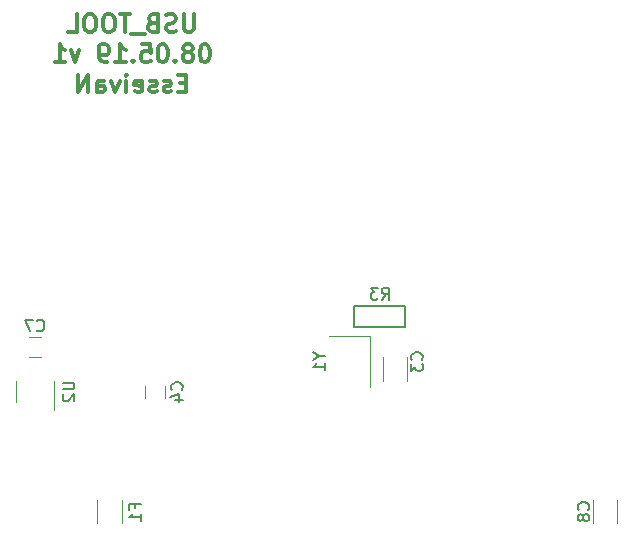
<source format=gbr>
G04 #@! TF.GenerationSoftware,KiCad,Pcbnew,(5.1.0)-1*
G04 #@! TF.CreationDate,2019-05-08T11:33:48+02:00*
G04 #@! TF.ProjectId,USB_Tool,5553425f-546f-46f6-9c2e-6b696361645f,0*
G04 #@! TF.SameCoordinates,Original*
G04 #@! TF.FileFunction,Legend,Bot*
G04 #@! TF.FilePolarity,Positive*
%FSLAX46Y46*%
G04 Gerber Fmt 4.6, Leading zero omitted, Abs format (unit mm)*
G04 Created by KiCad (PCBNEW (5.1.0)-1) date 2019-05-08 11:33:48*
%MOMM*%
%LPD*%
G04 APERTURE LIST*
%ADD10C,0.300000*%
%ADD11C,0.120000*%
%ADD12C,0.150000*%
G04 APERTURE END LIST*
D10*
X82299285Y-42673571D02*
X82299285Y-43887857D01*
X82227857Y-44030714D01*
X82156428Y-44102142D01*
X82013571Y-44173571D01*
X81727857Y-44173571D01*
X81585000Y-44102142D01*
X81513571Y-44030714D01*
X81442142Y-43887857D01*
X81442142Y-42673571D01*
X80799285Y-44102142D02*
X80585000Y-44173571D01*
X80227857Y-44173571D01*
X80085000Y-44102142D01*
X80013571Y-44030714D01*
X79942142Y-43887857D01*
X79942142Y-43745000D01*
X80013571Y-43602142D01*
X80085000Y-43530714D01*
X80227857Y-43459285D01*
X80513571Y-43387857D01*
X80656428Y-43316428D01*
X80727857Y-43245000D01*
X80799285Y-43102142D01*
X80799285Y-42959285D01*
X80727857Y-42816428D01*
X80656428Y-42745000D01*
X80513571Y-42673571D01*
X80156428Y-42673571D01*
X79942142Y-42745000D01*
X78799285Y-43387857D02*
X78585000Y-43459285D01*
X78513571Y-43530714D01*
X78442142Y-43673571D01*
X78442142Y-43887857D01*
X78513571Y-44030714D01*
X78585000Y-44102142D01*
X78727857Y-44173571D01*
X79299285Y-44173571D01*
X79299285Y-42673571D01*
X78799285Y-42673571D01*
X78656428Y-42745000D01*
X78585000Y-42816428D01*
X78513571Y-42959285D01*
X78513571Y-43102142D01*
X78585000Y-43245000D01*
X78656428Y-43316428D01*
X78799285Y-43387857D01*
X79299285Y-43387857D01*
X78156428Y-44316428D02*
X77013571Y-44316428D01*
X76870714Y-42673571D02*
X76013571Y-42673571D01*
X76442142Y-44173571D02*
X76442142Y-42673571D01*
X75227857Y-42673571D02*
X74942142Y-42673571D01*
X74799285Y-42745000D01*
X74656428Y-42887857D01*
X74585000Y-43173571D01*
X74585000Y-43673571D01*
X74656428Y-43959285D01*
X74799285Y-44102142D01*
X74942142Y-44173571D01*
X75227857Y-44173571D01*
X75370714Y-44102142D01*
X75513571Y-43959285D01*
X75585000Y-43673571D01*
X75585000Y-43173571D01*
X75513571Y-42887857D01*
X75370714Y-42745000D01*
X75227857Y-42673571D01*
X73656428Y-42673571D02*
X73370714Y-42673571D01*
X73227857Y-42745000D01*
X73085000Y-42887857D01*
X73013571Y-43173571D01*
X73013571Y-43673571D01*
X73085000Y-43959285D01*
X73227857Y-44102142D01*
X73370714Y-44173571D01*
X73656428Y-44173571D01*
X73799285Y-44102142D01*
X73942142Y-43959285D01*
X74013571Y-43673571D01*
X74013571Y-43173571D01*
X73942142Y-42887857D01*
X73799285Y-42745000D01*
X73656428Y-42673571D01*
X71656428Y-44173571D02*
X72370714Y-44173571D01*
X72370714Y-42673571D01*
X83299285Y-45223571D02*
X83156428Y-45223571D01*
X83013571Y-45295000D01*
X82942142Y-45366428D01*
X82870714Y-45509285D01*
X82799285Y-45795000D01*
X82799285Y-46152142D01*
X82870714Y-46437857D01*
X82942142Y-46580714D01*
X83013571Y-46652142D01*
X83156428Y-46723571D01*
X83299285Y-46723571D01*
X83442142Y-46652142D01*
X83513571Y-46580714D01*
X83585000Y-46437857D01*
X83656428Y-46152142D01*
X83656428Y-45795000D01*
X83585000Y-45509285D01*
X83513571Y-45366428D01*
X83442142Y-45295000D01*
X83299285Y-45223571D01*
X81942142Y-45866428D02*
X82085000Y-45795000D01*
X82156428Y-45723571D01*
X82227857Y-45580714D01*
X82227857Y-45509285D01*
X82156428Y-45366428D01*
X82085000Y-45295000D01*
X81942142Y-45223571D01*
X81656428Y-45223571D01*
X81513571Y-45295000D01*
X81442142Y-45366428D01*
X81370714Y-45509285D01*
X81370714Y-45580714D01*
X81442142Y-45723571D01*
X81513571Y-45795000D01*
X81656428Y-45866428D01*
X81942142Y-45866428D01*
X82085000Y-45937857D01*
X82156428Y-46009285D01*
X82227857Y-46152142D01*
X82227857Y-46437857D01*
X82156428Y-46580714D01*
X82085000Y-46652142D01*
X81942142Y-46723571D01*
X81656428Y-46723571D01*
X81513571Y-46652142D01*
X81442142Y-46580714D01*
X81370714Y-46437857D01*
X81370714Y-46152142D01*
X81442142Y-46009285D01*
X81513571Y-45937857D01*
X81656428Y-45866428D01*
X80727857Y-46580714D02*
X80656428Y-46652142D01*
X80727857Y-46723571D01*
X80799285Y-46652142D01*
X80727857Y-46580714D01*
X80727857Y-46723571D01*
X79727857Y-45223571D02*
X79585000Y-45223571D01*
X79442142Y-45295000D01*
X79370714Y-45366428D01*
X79299285Y-45509285D01*
X79227857Y-45795000D01*
X79227857Y-46152142D01*
X79299285Y-46437857D01*
X79370714Y-46580714D01*
X79442142Y-46652142D01*
X79585000Y-46723571D01*
X79727857Y-46723571D01*
X79870714Y-46652142D01*
X79942142Y-46580714D01*
X80013571Y-46437857D01*
X80085000Y-46152142D01*
X80085000Y-45795000D01*
X80013571Y-45509285D01*
X79942142Y-45366428D01*
X79870714Y-45295000D01*
X79727857Y-45223571D01*
X77870714Y-45223571D02*
X78585000Y-45223571D01*
X78656428Y-45937857D01*
X78585000Y-45866428D01*
X78442142Y-45795000D01*
X78085000Y-45795000D01*
X77942142Y-45866428D01*
X77870714Y-45937857D01*
X77799285Y-46080714D01*
X77799285Y-46437857D01*
X77870714Y-46580714D01*
X77942142Y-46652142D01*
X78085000Y-46723571D01*
X78442142Y-46723571D01*
X78585000Y-46652142D01*
X78656428Y-46580714D01*
X77156428Y-46580714D02*
X77085000Y-46652142D01*
X77156428Y-46723571D01*
X77227857Y-46652142D01*
X77156428Y-46580714D01*
X77156428Y-46723571D01*
X75656428Y-46723571D02*
X76513571Y-46723571D01*
X76085000Y-46723571D02*
X76085000Y-45223571D01*
X76227857Y-45437857D01*
X76370714Y-45580714D01*
X76513571Y-45652142D01*
X74942142Y-46723571D02*
X74656428Y-46723571D01*
X74513571Y-46652142D01*
X74442142Y-46580714D01*
X74299285Y-46366428D01*
X74227857Y-46080714D01*
X74227857Y-45509285D01*
X74299285Y-45366428D01*
X74370714Y-45295000D01*
X74513571Y-45223571D01*
X74799285Y-45223571D01*
X74942142Y-45295000D01*
X75013571Y-45366428D01*
X75085000Y-45509285D01*
X75085000Y-45866428D01*
X75013571Y-46009285D01*
X74942142Y-46080714D01*
X74799285Y-46152142D01*
X74513571Y-46152142D01*
X74370714Y-46080714D01*
X74299285Y-46009285D01*
X74227857Y-45866428D01*
X72585000Y-45723571D02*
X72227857Y-46723571D01*
X71870714Y-45723571D01*
X70513571Y-46723571D02*
X71370714Y-46723571D01*
X70942142Y-46723571D02*
X70942142Y-45223571D01*
X71085000Y-45437857D01*
X71227857Y-45580714D01*
X71370714Y-45652142D01*
X81656428Y-48487857D02*
X81156428Y-48487857D01*
X80942142Y-49273571D02*
X81656428Y-49273571D01*
X81656428Y-47773571D01*
X80942142Y-47773571D01*
X80370714Y-49202142D02*
X80227857Y-49273571D01*
X79942142Y-49273571D01*
X79799285Y-49202142D01*
X79727857Y-49059285D01*
X79727857Y-48987857D01*
X79799285Y-48845000D01*
X79942142Y-48773571D01*
X80156428Y-48773571D01*
X80299285Y-48702142D01*
X80370714Y-48559285D01*
X80370714Y-48487857D01*
X80299285Y-48345000D01*
X80156428Y-48273571D01*
X79942142Y-48273571D01*
X79799285Y-48345000D01*
X79156428Y-49202142D02*
X79013571Y-49273571D01*
X78727857Y-49273571D01*
X78585000Y-49202142D01*
X78513571Y-49059285D01*
X78513571Y-48987857D01*
X78585000Y-48845000D01*
X78727857Y-48773571D01*
X78942142Y-48773571D01*
X79085000Y-48702142D01*
X79156428Y-48559285D01*
X79156428Y-48487857D01*
X79085000Y-48345000D01*
X78942142Y-48273571D01*
X78727857Y-48273571D01*
X78585000Y-48345000D01*
X77299285Y-49202142D02*
X77442142Y-49273571D01*
X77727857Y-49273571D01*
X77870714Y-49202142D01*
X77942142Y-49059285D01*
X77942142Y-48487857D01*
X77870714Y-48345000D01*
X77727857Y-48273571D01*
X77442142Y-48273571D01*
X77299285Y-48345000D01*
X77227857Y-48487857D01*
X77227857Y-48630714D01*
X77942142Y-48773571D01*
X76585000Y-49273571D02*
X76585000Y-48273571D01*
X76585000Y-47773571D02*
X76656428Y-47845000D01*
X76585000Y-47916428D01*
X76513571Y-47845000D01*
X76585000Y-47773571D01*
X76585000Y-47916428D01*
X76013571Y-48273571D02*
X75656428Y-49273571D01*
X75299285Y-48273571D01*
X74085000Y-49273571D02*
X74085000Y-48487857D01*
X74156428Y-48345000D01*
X74299285Y-48273571D01*
X74585000Y-48273571D01*
X74727857Y-48345000D01*
X74085000Y-49202142D02*
X74227857Y-49273571D01*
X74585000Y-49273571D01*
X74727857Y-49202142D01*
X74799285Y-49059285D01*
X74799285Y-48916428D01*
X74727857Y-48773571D01*
X74585000Y-48702142D01*
X74227857Y-48702142D01*
X74085000Y-48630714D01*
X73370714Y-49273571D02*
X73370714Y-47773571D01*
X72513571Y-49273571D01*
X72513571Y-47773571D01*
D11*
X98290000Y-73715000D02*
X98290000Y-71715000D01*
X100330000Y-71715000D02*
X100330000Y-73715000D01*
X78140000Y-75140000D02*
X78140000Y-74140000D01*
X79840000Y-74140000D02*
X79840000Y-75140000D01*
X69330000Y-71660000D02*
X68330000Y-71660000D01*
X68330000Y-69960000D02*
X69330000Y-69960000D01*
X118110000Y-83780000D02*
X118110000Y-85780000D01*
X116070000Y-85780000D02*
X116070000Y-83780000D01*
X76250000Y-85780000D02*
X76250000Y-83780000D01*
X74110000Y-83780000D02*
X74110000Y-85780000D01*
D12*
X100199000Y-67381000D02*
X100199000Y-69159000D01*
X95881000Y-67381000D02*
X100199000Y-67381000D01*
X95881000Y-69159000D02*
X95881000Y-67381000D01*
X100199000Y-69159000D02*
X95881000Y-69159000D01*
D11*
X67220000Y-75520000D02*
X67220000Y-73720000D01*
X70440000Y-73720000D02*
X70440000Y-76170000D01*
X93750000Y-69930000D02*
X97250000Y-69930000D01*
X97250000Y-69930000D02*
X97250000Y-74230000D01*
D12*
X101572142Y-71913333D02*
X101619761Y-71865714D01*
X101667380Y-71722857D01*
X101667380Y-71627619D01*
X101619761Y-71484761D01*
X101524523Y-71389523D01*
X101429285Y-71341904D01*
X101238809Y-71294285D01*
X101095952Y-71294285D01*
X100905476Y-71341904D01*
X100810238Y-71389523D01*
X100715000Y-71484761D01*
X100667380Y-71627619D01*
X100667380Y-71722857D01*
X100715000Y-71865714D01*
X100762619Y-71913333D01*
X100667380Y-72246666D02*
X100667380Y-72865714D01*
X101048333Y-72532380D01*
X101048333Y-72675238D01*
X101095952Y-72770476D01*
X101143571Y-72818095D01*
X101238809Y-72865714D01*
X101476904Y-72865714D01*
X101572142Y-72818095D01*
X101619761Y-72770476D01*
X101667380Y-72675238D01*
X101667380Y-72389523D01*
X101619761Y-72294285D01*
X101572142Y-72246666D01*
X81252142Y-74453333D02*
X81299761Y-74405714D01*
X81347380Y-74262857D01*
X81347380Y-74167619D01*
X81299761Y-74024761D01*
X81204523Y-73929523D01*
X81109285Y-73881904D01*
X80918809Y-73834285D01*
X80775952Y-73834285D01*
X80585476Y-73881904D01*
X80490238Y-73929523D01*
X80395000Y-74024761D01*
X80347380Y-74167619D01*
X80347380Y-74262857D01*
X80395000Y-74405714D01*
X80442619Y-74453333D01*
X80680714Y-75310476D02*
X81347380Y-75310476D01*
X80299761Y-75072380D02*
X81014047Y-74834285D01*
X81014047Y-75453333D01*
X68996666Y-69417142D02*
X69044285Y-69464761D01*
X69187142Y-69512380D01*
X69282380Y-69512380D01*
X69425238Y-69464761D01*
X69520476Y-69369523D01*
X69568095Y-69274285D01*
X69615714Y-69083809D01*
X69615714Y-68940952D01*
X69568095Y-68750476D01*
X69520476Y-68655238D01*
X69425238Y-68560000D01*
X69282380Y-68512380D01*
X69187142Y-68512380D01*
X69044285Y-68560000D01*
X68996666Y-68607619D01*
X68663333Y-68512380D02*
X67996666Y-68512380D01*
X68425238Y-69512380D01*
X115697142Y-84613333D02*
X115744761Y-84565714D01*
X115792380Y-84422857D01*
X115792380Y-84327619D01*
X115744761Y-84184761D01*
X115649523Y-84089523D01*
X115554285Y-84041904D01*
X115363809Y-83994285D01*
X115220952Y-83994285D01*
X115030476Y-84041904D01*
X114935238Y-84089523D01*
X114840000Y-84184761D01*
X114792380Y-84327619D01*
X114792380Y-84422857D01*
X114840000Y-84565714D01*
X114887619Y-84613333D01*
X115220952Y-85184761D02*
X115173333Y-85089523D01*
X115125714Y-85041904D01*
X115030476Y-84994285D01*
X114982857Y-84994285D01*
X114887619Y-85041904D01*
X114840000Y-85089523D01*
X114792380Y-85184761D01*
X114792380Y-85375238D01*
X114840000Y-85470476D01*
X114887619Y-85518095D01*
X114982857Y-85565714D01*
X115030476Y-85565714D01*
X115125714Y-85518095D01*
X115173333Y-85470476D01*
X115220952Y-85375238D01*
X115220952Y-85184761D01*
X115268571Y-85089523D01*
X115316190Y-85041904D01*
X115411428Y-84994285D01*
X115601904Y-84994285D01*
X115697142Y-85041904D01*
X115744761Y-85089523D01*
X115792380Y-85184761D01*
X115792380Y-85375238D01*
X115744761Y-85470476D01*
X115697142Y-85518095D01*
X115601904Y-85565714D01*
X115411428Y-85565714D01*
X115316190Y-85518095D01*
X115268571Y-85470476D01*
X115220952Y-85375238D01*
X77308571Y-84496666D02*
X77308571Y-84163333D01*
X77832380Y-84163333D02*
X76832380Y-84163333D01*
X76832380Y-84639523D01*
X77832380Y-85544285D02*
X77832380Y-84972857D01*
X77832380Y-85258571D02*
X76832380Y-85258571D01*
X76975238Y-85163333D01*
X77070476Y-85068095D01*
X77118095Y-84972857D01*
X98206666Y-66817380D02*
X98540000Y-66341190D01*
X98778095Y-66817380D02*
X98778095Y-65817380D01*
X98397142Y-65817380D01*
X98301904Y-65865000D01*
X98254285Y-65912619D01*
X98206666Y-66007857D01*
X98206666Y-66150714D01*
X98254285Y-66245952D01*
X98301904Y-66293571D01*
X98397142Y-66341190D01*
X98778095Y-66341190D01*
X97873333Y-65817380D02*
X97254285Y-65817380D01*
X97587619Y-66198333D01*
X97444761Y-66198333D01*
X97349523Y-66245952D01*
X97301904Y-66293571D01*
X97254285Y-66388809D01*
X97254285Y-66626904D01*
X97301904Y-66722142D01*
X97349523Y-66769761D01*
X97444761Y-66817380D01*
X97730476Y-66817380D01*
X97825714Y-66769761D01*
X97873333Y-66722142D01*
X71182380Y-73858095D02*
X71991904Y-73858095D01*
X72087142Y-73905714D01*
X72134761Y-73953333D01*
X72182380Y-74048571D01*
X72182380Y-74239047D01*
X72134761Y-74334285D01*
X72087142Y-74381904D01*
X71991904Y-74429523D01*
X71182380Y-74429523D01*
X71277619Y-74858095D02*
X71230000Y-74905714D01*
X71182380Y-75000952D01*
X71182380Y-75239047D01*
X71230000Y-75334285D01*
X71277619Y-75381904D01*
X71372857Y-75429523D01*
X71468095Y-75429523D01*
X71610952Y-75381904D01*
X72182380Y-74810476D01*
X72182380Y-75429523D01*
X92926190Y-71603809D02*
X93402380Y-71603809D01*
X92402380Y-71270476D02*
X92926190Y-71603809D01*
X92402380Y-71937142D01*
X93402380Y-72794285D02*
X93402380Y-72222857D01*
X93402380Y-72508571D02*
X92402380Y-72508571D01*
X92545238Y-72413333D01*
X92640476Y-72318095D01*
X92688095Y-72222857D01*
M02*

</source>
